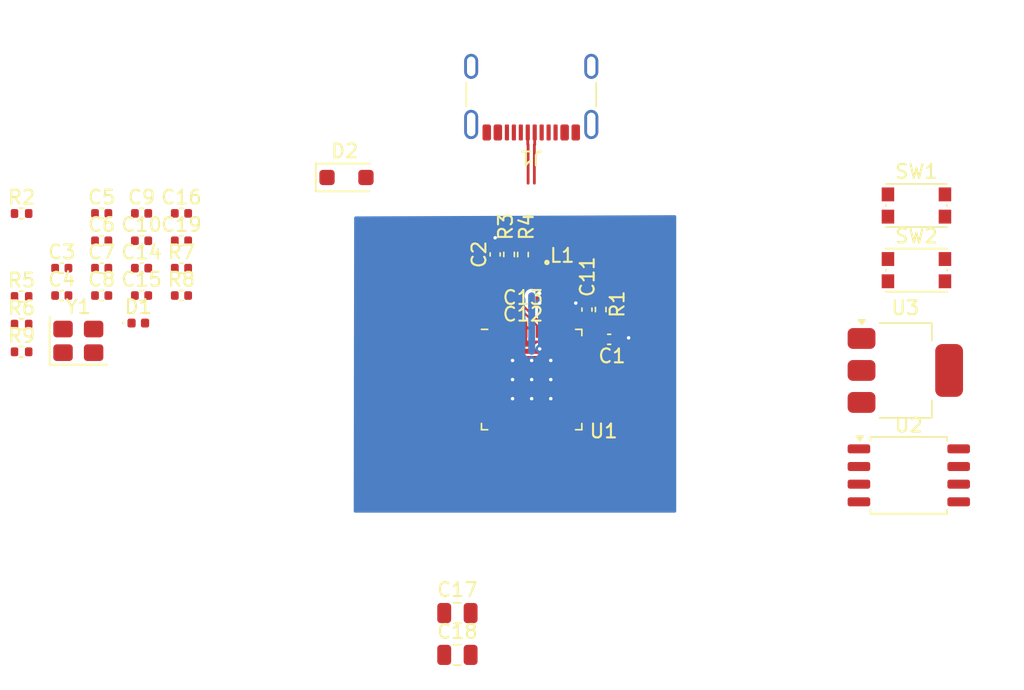
<source format=kicad_pcb>
(kicad_pcb (version 20241229) (generator "pcbnew") (generator_version "9.0")
  (layers (0 "F.Cu" signal) (2 "B.Cu" signal) (13 "F.Paste" user) (15 "B.Paste" user) (5 "F.SilkS" user "F.Silkscreen") (7 "B.SilkS" user "B.Silkscreen") (1 "F.Mask" user) (3 "B.Mask" user) (25 "Edge.Cuts" user))
  (net 0 "")
  (net 1 "GND")
  (net 2 "+1V1")
  (net 3 "Net-(U1-VREG_AVDD)")
  (net 4 "+3V3")
  (net 5 "XIN")
  (net 6 "Net-(C16-Pad2)")
  (net 7 "VBUS")
  (net 8 "Net-(C19-Pad1)")
  (net 9 "Net-(D1-A)")
  (net 10 "Net-(J1-CC1)")
  (net 11 "USB_D-")
  (net 14 "Net-(J1-CC2)")
  (net 17 "USB_D+")
  (net 20 "Net-(U1-VREG_LX)")
  (net 21 "XOUT")
  (net 22 "Net-(U1-USB_DP)")
  (net 23 "Net-(U1-USB_DM)")
  (net 24 "QSPI_SS")
  (net 25 "Net-(R5-Pad1)")
  (net 26 "RUN")
  (net 27 "LED")
  (net 34 "QSPI_SCLK")
  (net 46 "QSPI_SD2")
  (net 52 "QSPI_SD0")
  (net 56 "QSPI_SD1")
  (net 61 "QSPI_SD3")
  (net 64 "QSPI_CLK")
  (net 66 "+5V")
  (footprint "Resistor_SMD:R_0402_1005Metric" (layer "F.Cu") (at 103.51 87.88)
    (property "Reference" "R2" (at 0 -1.17 0) (layer "F.SilkS"))
    (property "Value" "1k")
    (fp_line (start -0.153641 -0.38) (end 0.153641 -0.38) (stroke (width 0.12)) (layer "F.SilkS"))
    (fp_line (start -0.153641 0.38) (end 0.153641 0.38) (stroke (width 0.12)) (layer "F.SilkS"))
    (pad "1" smd roundrect (at -0.51 0) (size 0.54 0.64) (layers "F.Cu" "F.Mask" "F.Paste") (net 6 "Net-(C16-Pad2)"))
    (pad "2" smd roundrect (at 0.51 0) (size 0.54 0.64) (layers "F.Cu" "F.Mask" "F.Paste") (net 21 "XOUT"))
  )
  (footprint "Capacitor_SMD:C_0402_1005Metric" (layer "F.Cu") (at 137.575 90.825 90)
    (property "Reference" "C2" (at 0 -1.16 90) (layer "F.SilkS"))
    (property "Value" "100n")
    (fp_line (start -0.107836 -0.36) (end 0.107836 -0.36) (stroke (width 0.12)) (layer "F.SilkS"))
    (fp_line (start -0.107836 0.36) (end 0.107836 0.36) (stroke (width 0.12)) (layer "F.SilkS"))
    (pad "1" smd roundrect (at -0.48 0 90) (size 0.56 0.62) (layers "F.Cu" "F.Mask" "F.Paste") (net 4 "+3V3"))
    (pad "2" smd roundrect (at 0.48 0 90) (size 0.56 0.62) (layers "F.Cu" "F.Mask" "F.Paste") (net 1 "GND"))
  )
  (footprint "Capacitor_SMD:C_0402_1005Metric" (layer "F.Cu") (at 115.01 87.87)
    (property "Reference" "C16" (at 0 -1.16 0) (layer "F.SilkS"))
    (property "Value" "15p")
    (fp_line (start -0.107836 -0.36) (end 0.107836 -0.36) (stroke (width 0.12)) (layer "F.SilkS"))
    (fp_line (start -0.107836 0.36) (end 0.107836 0.36) (stroke (width 0.12)) (layer "F.SilkS"))
    (pad "1" smd roundrect (at -0.48 0) (size 0.56 0.62) (layers "F.Cu" "F.Mask" "F.Paste") (net 1 "GND"))
    (pad "2" smd roundrect (at 0.48 0) (size 0.56 0.62) (layers "F.Cu" "F.Mask" "F.Paste") (net 6 "Net-(C16-Pad2)"))
  )
  (footprint "Capacitor_SMD:C_0402_1005Metric" (layer "F.Cu") (at 115.01 93.78)
    (property "Reference" "R8" (at 0 -1.16 0) (layer "F.SilkS"))
    (property "Value" "5.1k")
    (fp_line (start -0.107836 -0.36) (end 0.107836 -0.36) (stroke (width 0.12)) (layer "F.SilkS"))
    (fp_line (start -0.107836 0.36) (end 0.107836 0.36) (stroke (width 0.12)) (layer "F.SilkS"))
    (pad "1" smd roundrect (at -0.48 0) (size 0.56 0.62) (layers "F.Cu" "F.Mask" "F.Paste") (net 10 "Net-(J1-CC1)"))
    (pad "2" smd roundrect (at 0.48 0) (size 0.56 0.62) (layers "F.Cu" "F.Mask" "F.Paste") (net 1 "GND"))
  )
  (footprint "Capacitor_SMD:C_0402_1005Metric" (layer "F.Cu") (at 112.14 89.84)
    (property "Reference" "C10" (at 0 -1.16 0) (layer "F.SilkS"))
    (property "Value" "100n")
    (fp_line (start -0.107836 -0.36) (end 0.107836 -0.36) (stroke (width 0.12)) (layer "F.SilkS"))
    (fp_line (start -0.107836 0.36) (end 0.107836 0.36) (stroke (width 0.12)) (layer "F.SilkS"))
    (pad "1" smd roundrect (at -0.48 0) (size 0.56 0.62) (layers "F.Cu" "F.Mask" "F.Paste") (net 2 "+1V1"))
    (pad "2" smd roundrect (at 0.48 0) (size 0.56 0.62) (layers "F.Cu" "F.Mask" "F.Paste") (net 1 "GND"))
  )
  (footprint "RP2350_60QFN_minimal:L_pol_2016" (layer "F.Cu") (at 142.1975 92.7)
    (property "Reference" "L1" (at 0.2 -1.8 0) (layer "F.SilkS"))
    (property "Value" "3.3u")
    (fp_circle (center -0.9 -1.3) (end -0.758579 -1.3) (stroke (width 0.1)) (fill yes) (layer "F.SilkS"))
    (pad "1" smd rect (at -0.7 0) (size 0.7 1.7) (layers "F.Cu" "F.Mask" "F.Paste") (net 2 "+1V1"))
    (pad "2" smd rect (at 0.7 0) (size 0.7 1.7) (layers "F.Cu" "F.Mask" "F.Paste") (net 20 "Net-(U1-VREG_LX)"))
  )
  (footprint "Capacitor_SMD:C_0402_1005Metric" (layer "F.Cu") (at 109.27 93.78)
    (property "Reference" "C8" (at 0 -1.16 0) (layer "F.SilkS"))
    (property "Value" "100n")
    (fp_line (start -0.107836 -0.36) (end 0.107836 -0.36) (stroke (width 0.12)) (layer "F.SilkS"))
    (fp_line (start -0.107836 0.36) (end 0.107836 0.36) (stroke (width 0.12)) (layer "F.SilkS"))
    (pad "1" smd roundrect (at -0.48 0) (size 0.56 0.62) (layers "F.Cu" "F.Mask" "F.Paste") (net 2 "+1V1"))
    (pad "2" smd roundrect (at 0.48 0) (size 0.56 0.62) (layers "F.Cu" "F.Mask" "F.Paste") (net 1 "GND"))
  )
  (footprint "Capacitor_SMD:C_0402_1005Metric" (layer "F.Cu") (at 115.01 91.81)
    (property "Reference" "R7" (at 0 -1.16 0) (layer "F.SilkS"))
    (property "Value" "5.1k")
    (fp_line (start -0.107836 -0.36) (end 0.107836 -0.36) (stroke (width 0.12)) (layer "F.SilkS"))
    (fp_line (start -0.107836 0.36) (end 0.107836 0.36) (stroke (width 0.12)) (layer "F.SilkS"))
    (pad "1" smd roundrect (at -0.48 0) (size 0.56 0.62) (layers "F.Cu" "F.Mask" "F.Paste") (net 14 "Net-(J1-CC2)"))
    (pad "2" smd roundrect (at 0.48 0) (size 0.56 0.62) (layers "F.Cu" "F.Mask" "F.Paste") (net 1 "GND"))
  )
  (footprint "Capacitor_SMD:C_0402_1005Metric" (layer "F.Cu") (at 144.1775 94.79 90)
    (property "Reference" "C11" (at 2.36 0.03 90) (layer "F.SilkS"))
    (property "Value" "4.7u")
    (fp_line (start -0.107836 -0.36) (end 0.107836 -0.36) (stroke (width 0.12)) (layer "F.SilkS"))
    (fp_line (start -0.107836 0.36) (end 0.107836 0.36) (stroke (width 0.12)) (layer "F.SilkS"))
    (pad "1" smd roundrect (at -0.48 0 90) (size 0.56 0.62) (layers "F.Cu" "F.Mask" "F.Paste") (net 3 "Net-(U1-VREG_AVDD)"))
    (pad "2" smd roundrect (at 0.48 0 90) (size 0.56 0.62) (layers "F.Cu" "F.Mask" "F.Paste") (net 1 "GND"))
  )
  (footprint "Connector_USB:USB_C_Receptacle_GCT_USB4105-xx-A_16P_TopMnt_Horizontal" (layer "F.Cu") (at 140.17 78.37 180)
    (property "Reference" "J1" (at 0 -5.5 180) (layer "F.SilkS"))
    (property "Value" "USB_C_Receptacle_USB2.0_16P")
    (fp_line (start 4.67 -0.1) (end 4.67 -1.8) (stroke (width 0.12)) (layer "F.SilkS"))
    (fp_line (start -4.67 -0.1) (end -4.67 -1.8) (stroke (width 0.12)) (layer "F.SilkS"))
    (pad "" np_thru_hole circle (at -2.89 -2.605 180) (size 0.65 0.65) (drill 0.65) (layers "*.Cu" "*.Mask"))
    (pad "" np_thru_hole circle (at 2.89 -2.605 180) (size 0.65 0.65) (drill 0.65) (layers "*.Cu" "*.Mask"))
    (pad "A1" smd roundrect (at -3.2 -3.68 180) (size 0.6 1.15) (layers "F.Cu" "F.Mask" "F.Paste") (net 4 "+3V3"))
    (pad "A4" smd roundrect (at -2.4 -3.68 180) (size 0.6 1.15) (layers "F.Cu" "F.Mask" "F.Paste") (net 7 "VBUS"))
    (pad "A5" smd roundrect (at -1.25 -3.68 180) (size 0.3 1.15) (layers "F.Cu" "F.Mask" "F.Paste") (net 10 "Net-(J1-CC1)"))
    (pad "A6" smd roundrect (at -0.25 -3.68 180) (size 0.3 1.15) (layers "F.Cu" "F.Mask" "F.Paste") (net 17 "USB_D+"))
    (pad "A7" smd roundrect (at 0.25 -3.68 180) (size 0.3 1.15) (layers "F.Cu" "F.Mask" "F.Paste") (net 11 "USB_D-"))
    (pad "A8" smd roundrect (at 1.25 -3.68 180) (size 0.3 1.15) (layers "F.Cu" "F.Mask" "F.Paste"))
    (pad "A9" smd roundrect (at 2.4 -3.68 180) (size 0.6 1.15) (layers "F.Cu" "F.Mask" "F.Paste") (net 7 "VBUS"))
    (pad "A12" smd roundrect (at 3.2 -3.68 180) (size 0.6 1.15) (layers "F.Cu" "F.Mask" "F.Paste") (net 4 "+3V3"))
    (pad "B1" smd roundrect (at 3.2 -3.68 180) (size 0.6 1.15) (layers "F.Cu" "F.Mask" "F.Paste") (net 4 "+3V3"))
    (pad "B4" smd roundrect (at 2.4 -3.68 180) (size 0.6 1.15) (layers "F.Cu" "F.Mask" "F.Paste") (net 7 "VBUS"))
    (pad "B5" smd roundrect (at 1.75 -3.68 180) (size 0.3 1.15) (layers "F.Cu" "F.Mask" "F.Paste") (net 14 "Net-(J1-CC2)"))
    (pad "B6" smd roundrect (at 0.75 -3.68 180) (size 0.3 1.15) (layers "F.Cu" "F.Mask" "F.Paste") (net 17 "USB_D+"))
    (pad "B7" smd roundrect (at -0.75 -3.68 180) (size 0.3 1.15) (layers "F.Cu" "F.Mask" "F.Paste") (net 11 "USB_D-"))
    (pad "B8" smd roundrect (at -1.75 -3.68 180) (size 0.3 1.15) (layers "F.Cu" "F.Mask" "F.Paste"))
    (pad "B9" smd roundrect (at -2.4 -3.68 180) (size 0.6 1.15) (layers "F.Cu" "F.Mask" "F.Paste") (net 7 "VBUS"))
    (pad "B12" smd roundrect (at -3.2 -3.68 180) (size 0.6 1.15) (layers "F.Cu" "F.Mask" "F.Paste") (net 4 "+3V3"))
    (pad "S1" thru_hole oval (at -4.32 -3.105 180) (size 1 2.1) (drill oval 0.6 1.7) (property pad_prop_heatsink) (layers "*.Cu" "*.Mask" "F.Paste"))
    (pad "S1" thru_hole oval (at -4.32 1.075 180) (size 1 1.8) (drill oval 0.6 1.4) (property pad_prop_heatsink) (layers "*.Cu" "*.Mask" "F.Paste"))
    (pad "S1" thru_hole oval (at 4.32 -3.105 180) (size 1 2.1) (drill oval 0.6 1.7) (property pad_prop_heatsink) (layers "*.Cu" "*.Mask" "F.Paste"))
    (pad "S1" thru_hole oval (at 4.32 1.075 180) (size 1 1.8) (drill oval 0.6 1.4) (property pad_prop_heatsink) (layers "*.Cu" "*.Mask" "F.Paste"))
  )
  (footprint "Diode_SMD:D_SOD-123F" (layer "F.Cu") (at 126.88 85.29)
    (property "Reference" "D2" (at -0.127 -1.905 0) (layer "F.SilkS"))
    (property "Value" "PMEG2020EH")
    (fp_line (start -2.21 -1) (end -2.21 1) (stroke (width 0.12)) (layer "F.SilkS"))
    (fp_line (start -2.21 -1) (end 1.65 -1) (stroke (width 0.12)) (layer "F.SilkS"))
    (fp_line (start -2.21 1) (end 1.65 1) (stroke (width 0.12)) (layer "F.SilkS"))
    (pad "1" smd roundrect (at -1.4 0) (size 1.1 1.1) (layers "F.Cu" "F.Mask" "F.Paste") (roundrect_rratio 0.2272727273) (net 66 "+5V"))
    (pad "2" smd roundrect (at 1.4 0) (size 1.1 1.1) (layers "F.Cu" "F.Mask" "F.Paste") (roundrect_rratio 0.2272727273) (net 7 "VBUS"))
  )
  (footprint "Capacitor_SMD:C_0805_2012Metric" (layer "F.Cu") (at 134.86 119.63)
    (property "Reference" "C18" (at 0 -1.68 0) (layer "F.SilkS"))
    (property "Value" "10u")
    (fp_line (start -0.261252 -0.735) (end 0.261252 -0.735) (stroke (width 0.12)) (layer "F.SilkS"))
    (fp_line (start -0.261252 0.735) (end 0.261252 0.735) (stroke (width 0.12)) (layer "F.SilkS"))
    (pad "1" smd roundrect (at -0.95 0) (size 1 1.45) (layers "F.Cu" "F.Mask" "F.Paste") (net 4 "+3V3"))
    (pad "2" smd roundrect (at 0.95 0) (size 1 1.45) (layers "F.Cu" "F.Mask" "F.Paste") (net 1 "GND"))
  )
  (footprint "RP2350_60QFN_minimal:C_0402_1005Metric_small_pads" (layer "F.Cu") (at 142.2025 94.3)
    (property "Reference" "C13" (at -2.625 -0.37 0) (layer "F.SilkS"))
    (property "Value" "4.7u")
    (pad "1" smd rect (at -0.515 0) (size 0.47 0.53) (layers "F.Cu" "F.Mask" "F.Paste") (net 2 "+1V1"))
    (pad "2" smd rect (at 0.515 0) (size 0.47 0.53) (layers "F.Cu" "F.Mask" "F.Paste") (net 1 "GND"))
  )
  (footprint "Capacitor_SMD:C_0402_1005Metric" (layer "F.Cu") (at 112.14 87.87)
    (property "Reference" "C9" (at 0 -1.16 0) (layer "F.SilkS"))
    (property "Value" "4.7u")
    (fp_line (start -0.107836 -0.36) (end 0.107836 -0.36) (stroke (width 0.12)) (layer "F.SilkS"))
    (fp_line (start -0.107836 0.36) (end 0.107836 0.36) (stroke (width 0.12)) (layer "F.SilkS"))
    (pad "1" smd roundrect (at -0.48 0) (size 0.56 0.62) (layers "F.Cu" "F.Mask" "F.Paste") (net 2 "+1V1"))
    (pad "2" smd roundrect (at 0.48 0) (size 0.56 0.62) (layers "F.Cu" "F.Mask" "F.Paste") (net 1 "GND"))
  )
  (footprint "RP2350_60QFN_minimal:C_0402_1005Metric_small_pads" (layer "F.Cu") (at 142.2025 95.24)
    (property "Reference" "C12" (at -2.625 -0.11 0) (layer "F.SilkS"))
    (property "Value" "4.7u")
    (pad "1" smd rect (at -0.515 0) (size 0.47 0.53) (layers "F.Cu" "F.Mask" "F.Paste") (net 4 "+3V3"))
    (pad "2" smd rect (at 0.515 0) (size 0.47 0.53) (layers "F.Cu" "F.Mask" "F.Paste") (net 1 "GND"))
  )
  (footprint "Capacitor_SMD:C_0402_1005Metric" (layer "F.Cu") (at 106.4 91.81)
    (property "Reference" "C3" (at 0 -1.16 0) (layer "F.SilkS"))
    (property "Value" "100n")
    (fp_line (start -0.107836 -0.36) (end 0.107836 -0.36) (stroke (width 0.12)) (layer "F.SilkS"))
    (fp_line (start -0.107836 0.36) (end 0.107836 0.36) (stroke (width 0.12)) (layer "F.SilkS"))
    (pad "1" smd roundrect (at -0.48 0) (size 0.56 0.62) (layers "F.Cu" "F.Mask" "F.Paste") (net 4 "+3V3"))
    (pad "2" smd roundrect (at 0.48 0) (size 0.56 0.62) (layers "F.Cu" "F.Mask" "F.Paste") (net 1 "GND"))
  )
  (footprint "Capacitor_SMD:C_0402_1005Metric" (layer "F.Cu") (at 112.14 91.81)
    (property "Reference" "C14" (at 0 -1.16 0) (layer "F.SilkS"))
    (property "Value" "100n")
    (fp_line (start -0.107836 -0.36) (end 0.107836 -0.36) (stroke (width 0.12)) (layer "F.SilkS"))
    (fp_line (start -0.107836 0.36) (end 0.107836 0.36) (stroke (width 0.12)) (layer "F.SilkS"))
    (pad "1" smd roundrect (at -0.48 0) (size 0.56 0.62) (layers "F.Cu" "F.Mask" "F.Paste") (net 4 "+3V3"))
    (pad "2" smd roundrect (at 0.48 0) (size 0.56 0.62) (layers "F.Cu" "F.Mask" "F.Paste") (net 1 "GND"))
  )
  (footprint "Capacitor_SMD:C_0402_1005Metric" (layer "F.Cu") (at 109.27 89.84)
    (property "Reference" "C6" (at 0 -1.16 0) (layer "F.SilkS"))
    (property "Value" "100n")
    (fp_line (start -0.107836 -0.36) (end 0.107836 -0.36) (stroke (width 0.12)) (layer "F.SilkS"))
    (fp_line (start -0.107836 0.36) (end 0.107836 0.36) (stroke (width 0.12)) (layer "F.SilkS"))
    (pad "1" smd roundrect (at -0.48 0) (size 0.56 0.62) (layers "F.Cu" "F.Mask" "F.Paste") (net 4 "+3V3"))
    (pad "2" smd roundrect (at 0.48 0) (size 0.56 0.62) (layers "F.Cu" "F.Mask" "F.Paste") (net 1 "GND"))
  )
  (footprint "Capacitor_SMD:C_0402_1005Metric" (layer "F.Cu") (at 109.27 91.81)
    (property "Reference" "C7" (at 0 -1.16 0) (layer "F.SilkS"))
    (property "Value" "100n")
    (fp_line (start -0.107836 -0.36) (end 0.107836 -0.36) (stroke (width 0.12)) (layer "F.SilkS"))
    (fp_line (start -0.107836 0.36) (end 0.107836 0.36) (stroke (width 0.12)) (layer "F.SilkS"))
    (pad "1" smd roundrect (at -0.48 0) (size 0.56 0.62) (layers "F.Cu" "F.Mask" "F.Paste") (net 4 "+3V3"))
    (pad "2" smd roundrect (at 0.48 0) (size 0.56 0.62) (layers "F.Cu" "F.Mask" "F.Paste") (net 1 "GND"))
  )
  (footprint "Capacitor_SMD:C_0805_2012Metric" (layer "F.Cu") (at 134.86 116.62)
    (property "Reference" "C17" (at 0 -1.68 0) (layer "F.SilkS"))
    (property "Value" "10u")
    (fp_line (start -0.261252 -0.735) (end 0.261252 -0.735) (stroke (width 0.12)) (layer "F.SilkS"))
    (fp_line (start -0.261252 0.735) (end 0.261252 0.735) (stroke (width 0.12)) (layer "F.SilkS"))
    (pad "1" smd roundrect (at -0.95 0) (size 1 1.45) (layers "F.Cu" "F.Mask" "F.Paste") (net 66 "+5V"))
    (pad "2" smd roundrect (at 0.95 0) (size 1 1.45) (layers "F.Cu" "F.Mask" "F.Paste") (net 1 "GND"))
  )
  (footprint "Resistor_SMD:R_0402_1005Metric" (layer "F.Cu") (at 103.51 97.83)
    (property "Reference" "R9" (at 0 -1.17 0) (layer "F.SilkS"))
    (property "Value" "470")
    (fp_line (start -0.153641 -0.38) (end 0.153641 -0.38) (stroke (width 0.12)) (layer "F.SilkS"))
    (fp_line (start -0.153641 0.38) (end 0.153641 0.38) (stroke (width 0.12)) (layer "F.SilkS"))
    (pad "1" smd roundrect (at -0.51 0) (size 0.54 0.64) (layers "F.Cu" "F.Mask" "F.Paste") (net 27 "LED"))
    (pad "2" smd roundrect (at 0.51 0) (size 0.54 0.64) (layers "F.Cu" "F.Mask" "F.Paste") (net 9 "Net-(D1-A)"))
  )
  (footprint "Package_SO:SOIC-8_5.3x5.3mm_P1.27mm" (layer "F.Cu") (at 167.33 106.715)
    (property "Reference" "U2" (at 0 -3.6 0) (layer "F.SilkS"))
    (property "Value" "W25Q128JVS")
    (fp_line (start -2.76 -2.76) (end -2.76 -2.49) (stroke (width 0.12)) (layer "F.SilkS"))
    (fp_line (start -2.76 2.76) (end -2.76 2.49) (stroke (width 0.12)) (layer "F.SilkS"))
    (fp_line (start 0 -2.76) (end -2.76 -2.76) (stroke (width 0.12)) (layer "F.SilkS"))
    (fp_line (start 0 -2.76) (end 2.76 -2.76) (stroke (width 0.12)) (layer "F.SilkS"))
    (fp_line (start 0 2.76) (end -2.76 2.76) (stroke (width 0.12)) (layer "F.SilkS"))
    (fp_line (start 0 2.76) (end 2.76 2.76) (stroke (width 0.12)) (layer "F.SilkS"))
    (fp_line (start 2.76 -2.76) (end 2.76 -2.49) (stroke (width 0.12)) (layer "F.SilkS"))
    (fp_line (start 2.76 2.76) (end 2.76 2.49) (stroke (width 0.12)) (layer "F.SilkS"))
    (fp_poly (pts (xy -3.525 -2.49) (xy -3.765 -2.82) (xy -3.285 -2.82)) (stroke (width 0.12)) (fill yes) (layer "F.SilkS"))
    (pad "1" smd roundrect (at -3.5875 -1.905) (size 1.625 0.65) (layers "F.Cu" "F.Mask" "F.Paste") (net 24 "QSPI_SS"))
    (pad "2" smd roundrect (at -3.5875 -0.635) (size 1.625 0.65) (layers "F.Cu" "F.Mask" "F.Paste") (net 56 "QSPI_SD1"))
    (pad "3" smd roundrect (at -3.5875 0.635) (size 1.625 0.65) (layers "F.Cu" "F.Mask" "F.Paste") (net 46 "QSPI_SD2"))
    (pad "4" smd roundrect (at -3.5875 1.905) (size 1.625 0.65) (layers "F.Cu" "F.Mask" "F.Paste") (net 1 "GND"))
    (pad "5" smd roundrect (at 3.5875 1.905) (size 1.625 0.65) (layers "F.Cu" "F.Mask" "F.Paste") (net 52 "QSPI_SD0"))
    (pad "6" smd roundrect (at 3.5875 0.635) (size 1.625 0.65) (layers "F.Cu" "F.Mask" "F.Paste") (net 64 "QSPI_CLK"))
    (pad "7" smd roundrect (at 3.5875 -0.635) (size 1.625 0.65) (layers "F.Cu" "F.Mask" "F.Paste") (net 61 "QSPI_SD3"))
    (pad "8" smd roundrect (at 3.5875 -1.905) (size 1.625 0.65) (layers "F.Cu" "F.Mask" "F.Paste") (net 4 "+3V3"))
  )
  (footprint "Resistor_SMD:R_0402_1005Metric" (layer "F.Cu") (at 145.1675 94.79 90)
    (property "Reference" "R1" (at 0.39 1.19 90) (layer "F.SilkS"))
    (property "Value" "33")
    (fp_line (start -0.153641 -0.38) (end 0.153641 -0.38) (stroke (width 0.12)) (layer "F.SilkS"))
    (fp_line (start -0.153641 0.38) (end 0.153641 0.38) (stroke (width 0.12)) (layer "F.SilkS"))
    (pad "1" smd roundrect (at -0.51 0 90) (size 0.54 0.64) (layers "F.Cu" "F.Mask" "F.Paste") (net 3 "Net-(U1-VREG_AVDD)"))
    (pad "2" smd roundrect (at 0.51 0 90) (size 0.54 0.64) (layers "F.Cu" "F.Mask" "F.Paste") (net 4 "+3V3"))
  )
  (footprint "Resistor_SMD:R_0402_1005Metric" (layer "F.Cu") (at 138.575 90.825 90)
    (property "Reference" "R3" (at 2 -0.25 90) (layer "F.SilkS"))
    (property "Value" "27")
    (fp_line (start -0.153641 -0.38) (end 0.153641 -0.38) (stroke (width 0.12)) (layer "F.SilkS"))
    (fp_line (start -0.153641 0.38) (end 0.153641 0.38) (stroke (width 0.12)) (layer "F.SilkS"))
    (pad "1" smd roundrect (at -0.51 0 90) (size 0.54 0.64) (layers "F.Cu" "F.Mask" "F.Paste") (net 22 "Net-(U1-USB_DP)"))
    (pad "2" smd roundrect (at 0.51 0 90) (size 0.54 0.64) (layers "F.Cu" "F.Mask" "F.Paste") (net 17 "USB_D+"))
  )
  (footprint "Button_Switch_SMD:SW_Push_1P1T_NO_CK_KMR2" (layer "F.Cu") (at 167.88 91.955)
    (property "Reference" "SW2" (at 0 -2.45 0) (layer "F.SilkS"))
    (property "Value" "SW_Push")
    (fp_line (start -2.2 0.05) (end -2.2 -0.05) (stroke (width 0.12)) (layer "F.SilkS"))
    (fp_line (start -2.2 1.55) (end 2.2 1.55) (stroke (width 0.12)) (layer "F.SilkS"))
    (fp_line (start 2.2 -1.55) (end -2.2 -1.55) (stroke (width 0.12)) (layer "F.SilkS"))
    (fp_line (start 2.2 0.05) (end 2.2 -0.05) (stroke (width 0.12)) (layer "F.SilkS"))
    (pad "1" smd rect (at -2.05 -0.8) (size 0.9 1) (layers "F.Cu" "F.Mask" "F.Paste") (net 1 "GND"))
    (pad "1" smd rect (at 2.05 -0.8) (size 0.9 1) (layers "F.Cu" "F.Mask" "F.Paste") (net 1 "GND"))
    (pad "2" smd rect (at -2.05 0.8) (size 0.9 1) (layers "F.Cu" "F.Mask" "F.Paste") (net 8 "Net-(C19-Pad1)"))
    (pad "2" smd rect (at 2.05 0.8) (size 0.9 1) (layers "F.Cu" "F.Mask" "F.Paste") (net 8 "Net-(C19-Pad1)"))
  )
  (footprint "Capacitor_SMD:C_0402_1005Metric" (layer "F.Cu") (at 115.01 89.84)
    (property "Reference" "C19" (at 0 -1.16 0) (layer "F.SilkS"))
    (property "Value" "100n")
    (fp_line (start -0.107836 -0.36) (end 0.107836 -0.36) (stroke (width 0.12)) (layer "F.SilkS"))
    (fp_line (start -0.107836 0.36) (end 0.107836 0.36) (stroke (width 0.12)) (layer "F.SilkS"))
    (pad "1" smd roundrect (at -0.48 0) (size 0.56 0.62) (layers "F.Cu" "F.Mask" "F.Paste") (net 8 "Net-(C19-Pad1)"))
    (pad "2" smd roundrect (at 0.48 0) (size 0.56 0.62) (layers "F.Cu" "F.Mask" "F.Paste") (net 1 "GND"))
  )
  (footprint "Resistor_SMD:R_0402_1005Metric" (layer "F.Cu") (at 103.51 93.85)
    (property "Reference" "R5" (at 0 -1.17 0) (layer "F.SilkS"))
    (property "Value" "1K")
    (fp_line (start -0.153641 -0.38) (end 0.153641 -0.38) (stroke (width 0.12)) (layer "F.SilkS"))
    (fp_line (start -0.153641 0.38) (end 0.153641 0.38) (stroke (width 0.12)) (layer "F.SilkS"))
    (pad "1" smd roundrect (at -0.51 0) (size 0.54 0.64) (layers "F.Cu" "F.Mask" "F.Paste") (net 25 "Net-(R5-Pad1)"))
    (pad "2" smd roundrect (at 0.51 0) (size 0.54 0.64) (layers "F.Cu" "F.Mask" "F.Paste") (net 24 "QSPI_SS"))
  )
  (footprint "Resistor_SMD:R_0402_1005Metric" (layer "F.Cu") (at 103.51 95.84)
    (property "Reference" "R6" (at 0 -1.17 0) (layer "F.SilkS"))
    (property "Value" "1K")
    (fp_line (start -0.153641 -0.38) (end 0.153641 -0.38) (stroke (width 0.12)) (layer "F.SilkS"))
    (fp_line (start -0.153641 0.38) (end 0.153641 0.38) (stroke (width 0.12)) (layer "F.SilkS"))
    (pad "1" smd roundrect (at -0.51 0) (size 0.54 0.64) (layers "F.Cu" "F.Mask" "F.Paste") (net 8 "Net-(C19-Pad1)"))
    (pad "2" smd roundrect (at 0.51 0) (size 0.54 0.64) (layers "F.Cu" "F.Mask" "F.Paste") (net 26 "RUN"))
  )
  (footprint "Capacitor_SMD:C_0402_1005Metric" (layer "F.Cu") (at 112.14 93.78)
    (property "Reference" "C15" (at 0 -1.16 0) (layer "F.SilkS"))
    (property "Value" "15p")
    (fp_line (start -0.107836 -0.36) (end 0.107836 -0.36) (stroke (width 0.12)) (layer "F.SilkS"))
    (fp_line (start -0.107836 0.36) (end 0.107836 0.36) (stroke (width 0.12)) (layer "F.SilkS"))
    (pad "1" smd roundrect (at -0.48 0) (size 0.56 0.62) (layers "F.Cu" "F.Mask" "F.Paste") (net 1 "GND"))
    (pad "2" smd roundrect (at 0.48 0) (size 0.56 0.62) (layers "F.Cu" "F.Mask" "F.Paste") (net 5 "XIN"))
  )
  (footprint "Capacitor_SMD:C_0402_1005Metric" (layer "F.Cu") (at 109.27 87.87)
    (property "Reference" "C5" (at 0 -1.16 0) (layer "F.SilkS"))
    (property "Value" "100n")
    (fp_line (start -0.107836 -0.36) (end 0.107836 -0.36) (stroke (width 0.12)) (layer "F.SilkS"))
    (fp_line (start -0.107836 0.36) (end 0.107836 0.36) (stroke (width 0.12)) (layer "F.SilkS"))
    (pad "1" smd roundrect (at -0.48 0) (size 0.56 0.62) (layers "F.Cu" "F.Mask" "F.Paste") (net 4 "+3V3"))
    (pad "2" smd roundrect (at 0.48 0) (size 0.56 0.62) (layers "F.Cu" "F.Mask" "F.Paste") (net 1 "GND"))
  )
  (footprint "Crystal:Crystal_SMD_3225-4Pin_3.2x2.5mm" (layer "F.Cu") (at 107.59 97.04)
    (property "Reference" "Y1" (at 0 -2.45 0) (layer "F.SilkS"))
    (property "Value" "ABM8-272-T3")
    (fp_line (start -2.06 -1.71) (end -2.06 1.71) (stroke (width 0.12)) (layer "F.SilkS"))
    (fp_line (start -2.06 1.71) (end 2.06 1.71) (stroke (width 0.12)) (layer "F.SilkS"))
    (pad "1" smd roundrect (at -1.1 0.85) (size 1.4 1.2) (layers "F.Cu" "F.Mask" "F.Paste") (roundrect_rratio 0.208333) (net 5 "XIN"))
    (pad "2" smd roundrect (at 1.1 0.85) (size 1.4 1.2) (layers "F.Cu" "F.Mask" "F.Paste") (roundrect_rratio 0.208333) (net 1 "GND"))
    (pad "3" smd roundrect (at 1.1 -0.85) (size 1.4 1.2) (layers "F.Cu" "F.Mask" "F.Paste") (roundrect_rratio 0.208333))
    (pad "4" smd roundrect (at -1.1 -0.85) (size 1.4 1.2) (layers "F.Cu" "F.Mask" "F.Paste") (roundrect_rratio 0.208333) (net 1 "GND"))
  )
  (footprint "Capacitor_SMD:C_0402_1005Metric" (layer "F.Cu") (at 106.4 93.78)
    (property "Reference" "C4" (at 0 -1.16 0) (layer "F.SilkS"))
    (property "Value" "100n")
    (fp_line (start -0.107836 -0.36) (end 0.107836 -0.36) (stroke (width 0.12)) (layer "F.SilkS"))
    (fp_line (start -0.107836 0.36) (end 0.107836 0.36) (stroke (width 0.12)) (layer "F.SilkS"))
    (pad "1" smd roundrect (at -0.48 0) (size 0.56 0.62) (layers "F.Cu" "F.Mask" "F.Paste") (net 4 "+3V3"))
    (pad "2" smd roundrect (at 0.48 0) (size 0.56 0.62) (layers "F.Cu" "F.Mask" "F.Paste") (net 1 "GND"))
  )
  (footprint "Resistor_SMD:R_0402_1005Metric" (layer "F.Cu") (at 139.575 90.835 90)
    (property "Reference" "R4" (at 2.01 0.25 90) (layer "F.SilkS"))
    (property "Value" "27")
    (fp_line (start -0.153641 -0.38) (end 0.153641 -0.38) (stroke (width 0.12)) (layer "F.SilkS"))
    (fp_line (start -0.153641 0.38) (end 0.153641 0.38) (stroke (width 0.12)) (layer "F.SilkS"))
    (pad "1" smd roundrect (at -0.51 0 90) (size 0.54 0.64) (layers "F.Cu" "F.Mask" "F.Paste") (net 23 "Net-(U1-USB_DM)"))
    (pad "2" smd roundrect (at 0.51 0 90) (size 0.54 0.64) (layers "F.Cu" "F.Mask" "F.Paste") (net 11 "USB_D-"))
  )
  (footprint "Package_TO_SOT_SMD:SOT-223-3_TabPin2" (layer "F.Cu") (at 167.08 99.17)
    (property "Reference" "U3" (at 0 -4.5 0) (layer "F.SilkS"))
    (property "Value" "NCP1117-3.3_SOT223")
    (fp_line (start -1.85 -3.41) (end 1.91 -3.41) (stroke (width 0.12)) (layer "F.SilkS"))
    (fp_line (start -1.85 3.41) (end 1.91 3.41) (stroke (width 0.12)) (layer "F.SilkS"))
    (fp_line (start 1.91 -3.41) (end 1.91 -2.15) (stroke (width 0.12)) (layer "F.SilkS"))
    (fp_line (start 1.91 3.41) (end 1.91 2.15) (stroke (width 0.12)) (layer "F.SilkS"))
    (fp_poly (pts (xy -3.13 -3.31) (xy -3.37 -3.64) (xy -2.89 -3.64) (xy -3.13 -3.31)) (stroke (width 0.12)) (fill yes) (layer "F.SilkS"))
    (pad "1" smd roundrect (at -3.15 -2.3) (size 2 1.5) (layers "F.Cu" "F.Mask" "F.Paste") (net 1 "GND"))
    (pad "2" smd roundrect (at -3.15 0) (size 2 1.5) (layers "F.Cu" "F.Mask" "F.Paste") (net 4 "+3V3"))
    (pad "2" smd roundrect (at 3.15 0) (size 2 3.8) (layers "F.Cu" "F.Mask" "F.Paste") (net 4 "+3V3"))
    (pad "3" smd roundrect (at -3.15 2.3) (size 2 1.5) (layers "F.Cu" "F.Mask" "F.Paste") (net 66 "+5V"))
  )
  (footprint "RP2350_60QFN_minimal:RP2350-QFN-60-1EP_7x7_P0.4mm_EP3.4x3.4mm_ThermalVias" (layer "F.Cu") (at 140.2 99.825)
    (property "Reference" "U1" (at 5.1775 3.705 0) (layer "F.SilkS"))
    (property "Value" "RP2350_60QFN")
    (fp_line (start -3.61 3.61) (end -3.61 3.16) (stroke (width 0.12)) (layer "F.SilkS"))
    (fp_line (start -3.16 -3.61) (end -3.61 -3.61) (stroke (width 0.12)) (layer "F.SilkS"))
    (fp_line (start -3.16 3.61) (end -3.61 3.61) (stroke (width 0.12)) (layer "F.SilkS"))
    (fp_line (start 3.16 -3.61) (end 3.61 -3.61) (stroke (width 0.12)) (layer "F.SilkS"))
    (fp_line (start 3.16 3.61) (end 3.61 3.61) (stroke (width 0.12)) (layer "F.SilkS"))
    (fp_line (start 3.61 -3.61) (end 3.61 -3.16) (stroke (width 0.12)) (layer "F.SilkS"))
    (fp_line (start 3.61 3.61) (end 3.61 3.16) (stroke (width 0.12)) (layer "F.SilkS"))
    (pad "1" smd roundrect (at -3.4375 -2.8) (size 0.875 0.2) (layers "F.Cu" "F.Mask" "F.Paste") (chamfer_ratio 0.25) (chamfer top_right) (net 4 "+3V3"))
    (pad "2" smd roundrect (at -3.4375 -2.4) (size 0.875 0.2) (layers "F.Cu" "F.Mask" "F.Paste"))
    (pad "3" smd roundrect (at -3.4375 -2) (size 0.875 0.2) (layers "F.Cu" "F.Mask" "F.Paste"))
    (pad "4" smd roundrect (at -3.4375 -1.6) (size 0.875 0.2) (layers "F.Cu" "F.Mask" "F.Paste"))
    (pad "5" smd roundrect (at -3.4375 -1.2) (size 0.875 0.2) (layers "F.Cu" "F.Mask" "F.Paste"))
    (pad "6" smd roundrect (at -3.4375 -0.8) (size 0.875 0.2) (layers "F.Cu" "F.Mask" "F.Paste") (net 2 "+1V1"))
    (pad "7" smd roundrect (at -3.4375 -0.4) (size 0.875 0.2) (layers "F.Cu" "F.Mask" "F.Paste"))
    (pad "8" smd roundrect (at -3.4375 0) (size 0.875 0.2) (layers "F.Cu" "F.Mask" "F.Paste"))
    (pad "9" smd roundrect (at -3.4375 0.4) (size 0.875 0.2) (layers "F.Cu" "F.Mask" "F.Paste"))
    (pad "10" smd roundrect (at -3.4375 0.8) (size 0.875 0.2) (layers "F.Cu" "F.Mask" "F.Paste"))
    (pad "11" smd roundrect (at -3.4375 1.2) (size 0.875 0.2) (layers "F.Cu" "F.Mask" "F.Paste") (net 4 "+3V3"))
    (pad "12" smd roundrect (at -3.4375 1.6) (size 0.875 0.2) (layers "F.Cu" "F.Mask" "F.Paste"))
    (pad "13" smd roundrect (at -3.4375 2) (size 0.875 0.2) (layers "F.Cu" "F.Mask" "F.Paste"))
    (pad "14" smd roundrect (at -3.4375 2.4) (size 0.875 0.2) (layers "F.Cu" "F.Mask" "F.Paste"))
    (pad "15" smd roundrect (at -3.4375 2.8) (size 0.875 0.2) (layers "F.Cu" "F.Mask" "F.Paste") (chamfer_ratio 0.25) (chamfer bottom_right))
    (pad "16" smd roundrect (at -2.8 3.4375) (size 0.2 0.875) (layers "F.Cu" "F.Mask" "F.Paste") (chamfer_ratio 0.25) (chamfer top_left))
    (pad "17" smd roundrect (at -2.4 3.4375) (size 0.2 0.875) (layers "F.Cu" "F.Mask" "F.Paste"))
    (pad "18" smd roundrect (at -2 3.4375) (size 0.2 0.875) (layers "F.Cu" "F.Mask" "F.Paste"))
    (pad "19" smd roundrect (at -1.6 3.4375) (size 0.2 0.875) (layers "F.Cu" "F.Mask" "F.Paste"))
    (pad "20" smd roundrect (at -1.2 3.4375) (size 0.2 0.875) (layers "F.Cu" "F.Mask" "F.Paste") (net 4 "+3V3"))
    (pad "21" smd roundrect (at -0.8 3.4375) (size 0.2 0.875) (layers "F.Cu" "F.Mask" "F.Paste") (net 5 "XIN"))
    (pad "22" smd roundrect (at -0.4 3.4375) (size 0.2 0.875) (layers "F.Cu" "F.Mask" "F.Paste") (net 21 "XOUT"))
    (pad "23" smd roundrect (at 0 3.4375) (size 0.2 0.875) (layers "F.Cu" "F.Mask" "F.Paste") (net 2 "+1V1"))
    (pad "24" smd roundrect (at 0.4 3.4375) (size 0.2 0.875) (layers "F.Cu" "F.Mask" "F.Paste"))
    (pad "25" smd roundrect (at 0.8 3.4375) (size 0.2 0.875) (layers "F.Cu" "F.Mask" "F.Paste"))
    (pad "26" smd roundrect (at 1.2 3.4375) (size 0.2 0.875) (layers "F.Cu" "F.Mask" "F.Paste") (net 26 "RUN"))
    (pad "27" smd roundrect (at 1.6 3.4375) (size 0.2 0.875) (layers "F.Cu" "F.Mask" "F.Paste"))
    (pad "28" smd roundrect (at 2 3.4375) (size 0.2 0.875) (layers "F.Cu" "F.Mask" "F.Paste"))
    (pad "29" smd roundrect (at 2.4 3.4375) (size 0.2 0.875) (layers "F.Cu" "F.Mask" "F.Paste"))
    (pad "30" smd roundrect (at 2.8 3.4375) (size 0.2 0.875) (layers "F.Cu" "F.Mask" "F.Paste") (chamfer_ratio 0.25) (chamfer top_right) (net 4 "+3V3"))
    (pad "31" smd roundrect (at 3.4375 2.8) (size 0.875 0.2) (layers "F.Cu" "F.Mask" "F.Paste") (chamfer_ratio 0.25) (chamfer bottom_left))
    (pad "32" smd roundrect (at 3.4375 2.4) (size 0.875 0.2) (layers "F.Cu" "F.Mask" "F.Paste"))
    (pad "33" smd roundrect (at 3.4375 2) (size 0.875 0.2) (layers "F.Cu" "F.Mask" "F.Paste"))
    (pad "34" smd roundrect (at 3.4375 1.6) (size 0.875 0.2) (layers "F.Cu" "F.Mask" "F.Paste"))
    (pad "35" smd roundrect (at 3.4375 1.2) (size 0.875 0.2) (layers "F.Cu" "F.Mask" "F.Paste"))
    (pad "36" smd roundrect (at 3.4375 0.8) (size 0.875 0.2) (layers "F.Cu" "F.Mask" "F.Paste"))
    (pad "37" smd roundrect (at 3.4375 0.4) (size 0.875 0.2) (layers "F.Cu" "F.Mask" "F.Paste") (net 27 "LED"))
    (pad "38" smd roundrect (at 3.4375 0) (size 0.875 0.2) (layers "F.Cu" "F.Mask" "F.Paste") (net 4 "+3V3"))
    (pad "39" smd roundrect (at 3.4375 -0.4) (size 0.875 0.2) (layers "F.Cu" "F.Mask" "F.Paste") (net 2 "+1V1"))
    (pad "40" smd roundrect (at 3.4375 -0.8) (size 0.875 0.2) (layers "F.Cu" "F.Mask" "F.Paste"))
    (pad "41" smd roundrect (at 3.4375 -1.2) (size 0.875 0.2) (layers "F.Cu" "F.Mask" "F.Paste"))
    (pad "42" smd roundrect (at 3.4375 -1.6) (size 0.875 0.2) (layers "F.Cu" "F.Mask" "F.Paste"))
    (pad "43" smd roundrect (at 3.4375 -2) (size 0.875 0.2) (layers "F.Cu" "F.Mask" "F.Paste"))
    (pad "44" smd roundrect (at 3.4375 -2.4) (size 0.875 0.2) (layers "F.Cu" "F.Mask" "F.Paste") (net 4 "+3V3"))
    (pad "45" smd roundrect (at 3.4375 -2.8) (size 0.875 0.2) (layers "F.Cu" "F.Mask" "F.Paste") (chamfer_ratio 0.25) (chamfer top_left) (net 4 "+3V3"))
    (pad "46" smd roundrect (at 2.8 -3.4375) (size 0.2 0.875) (layers "F.Cu" "F.Mask" "F.Paste") (chamfer_ratio 0.25) (chamfer bottom_right) (net 3 "Net-(U1-VREG_AVDD)"))
    (pad "47" smd roundrect (at 2.4 -3.4375) (size 0.2 0.875) (layers "F.Cu" "F.Mask" "F.Paste") (net 1 "GND"))
    (pad "48" smd roundrect (at 2 -3.4375) (size 0.2 0.875) (layers "F.Cu" "F.Mask" "F.Paste") (net 20 "Net-(U1-VREG_LX)"))
    (pad "49" smd roundrect (at 1.6 -3.4375) (size 0.2 0.875) (layers "F.Cu" "F.Mask" "F.Paste") (net 4 "+3V3"))
    (pad "50" smd roundrect (at 1.2 -3.4375) (size 0.2 0.875) (layers "F.Cu" "F.Mask" "F.Paste") (net 2 "+1V1"))
    (pad "51" smd roundrect (at 0.8 -3.4375) (size 0.2 0.875) (layers "F.Cu" "F.Mask" "F.Paste") (net 23 "Net-(U1-USB_DM)"))
    (pad "52" smd roundrect (at 0.4 -3.4375) (size 0.2 0.875) (layers "F.Cu" "F.Mask" "F.Paste") (net 22 "Net-(U1-USB_DP)"))
    (pad "53" smd roundrect (at 0 -3.4375) (size 0.2 0.875) (layers "F.Cu" "F.Mask" "F.Paste") (net 4 "+3V3"))
    (pad "54" smd roundrect (at -0.4 -3.4375) (size 0.2 0.875) (layers "F.Cu" "F.Mask" "F.Paste") (net 4 "+3V3"))
    (pad "55" smd roundrect (at -0.8 -3.4375) (size 0.2 0.875) (layers "F.Cu" "F.Mask" "F.Paste") (net 61 "QSPI_SD3"))
    (pad "56" smd roundrect (at -1.2 -3.4375) (size 0.2 0.875) (layers "F.Cu" "F.Mask" "F.Paste") (net 34 "QSPI_SCLK"))
    (pad "57" smd roundrect (at -1.6 -3.4375) (size 0.2 0.875) (layers "F.Cu" "F.Mask" "F.Paste") (net 52 "QSPI_SD0"))
    (pad "58" smd roundrect (at -2 -3.4375) (size 0.2 0.875) (layers "F.Cu" "F.Mask" "F.Paste") (net 46 "QSPI_SD2"))
    (pad "59" smd roundrect (at -2.4 -3.4375) (size 0.2 0.875) (layers "F.Cu" "F.Mask" "F.Paste") (net 56 "QSPI_SD1"))
    (pad "60" smd roundrect (at -2.8 -3.4375) (size 0.2 0.875) (layers "F.Cu" "F.Mask" "F.Paste") (chamfer_ratio 0.25) (chamfer bottom_left) (net 24 "QSPI_SS"))
    (pad "61" thru_hole circle (at -1.375 -1.375) (size 0.6 0.6) (drill 0.25) (layers "*.Cu") (net 1 "GND"))
    (pad "61" thru_hole circle (at -1.375 0) (size 0.6 0.6) (drill 0.25) (layers "*.Cu") (net 1 "GND"))
    (pad "61" thru_hole circle (at -1.375 1.375) (size 0.6 0.6) (drill 0.25) (layers "*.Cu") (net 1 "GND"))
    (pad "61" thru_hole circle (at 0 -1.375) (size 0.6 0.6) (drill 0.25) (layers "*.Cu") (net 1 "GND"))
    (pad "61" thru_hole circle (at 0 0) (size 0.6 0.6) (drill 0.25) (layers "*.Cu") (net 1 "GND"))
    (pad "61" smd roundrect (at 0 0 90) (size 3.4 3.4) (layers "F.Cu" "F.Mask") (roundrect_rratio 0.045) (net 1 "GND"))
    (pad "61" thru_hole circle (at 0 1.375) (size 0.6 0.6) (drill 0.25) (layers "*.Cu") (net 1 "GND"))
    (pad "61" thru_hole circle (at 1.375 -1.375) (size 0.6 0.6) (drill 0.25) (layers "*.Cu") (net 1 "GND"))
    (pad "61" thru_hole circle (at 1.375 0) (size 0.6 0.6) (drill 0.25) (layers "*.Cu") (net 1 "GND"))
    (pad "61" thru_hole circle (at 1.375 1.375) (size 0.6 0.6) (drill 0.25) (layers "*.Cu") (net 1 "GND"))
  )
  (footprint "LED_SMD:LED_0402_1005Metric" (layer "F.Cu") (at 111.905 95.76)
    (property "Reference" "D1" (at 0 -1.17 0) (layer "F.SilkS"))
    (property "Value" "LED")
    (fp_circle (center -1.09 0) (end -1.04 0) (stroke (width 0.1)) (fill no) (layer "F.SilkS"))
    (pad "1" smd roundrect (at -0.485 0) (size 0.59 0.64) (layers "F.Cu" "F.Mask" "F.Paste") (net 1 "GND"))
    (pad "2" smd roundrect (at 0.485 0) (size 0.59 0.64) (layers "F.Cu" "F.Mask" "F.Paste") (net 9 "Net-(D1-A)"))
  )
  (footprint "Capacitor_SMD:C_0402_1005Metric" (layer "F.Cu") (at 145.7775 96.93)
    (property "Reference" "C1" (at 0.2 1.2 0) (layer "F.SilkS"))
    (property "Value" "100n")
    (fp_line (start -0.107836 -0.36) (end 0.107836 -0.36) (stroke (width 0.12)) (layer "F.SilkS"))
    (fp_line (start -0.107836 0.36) (end 0.107836 0.36) (stroke (width 0.12)) (layer "F.SilkS"))
    (pad "1" smd roundrect (at -0.48 0) (size 0.56 0.62) (layers "F.Cu" "F.Mask" "F.Paste") (net 4 "+3V3"))
    (pad "2" smd roundrect (at 0.48 0) (size 0.56 0.62) (layers "F.Cu" "F.Mask" "F.Paste") (net 1 "GND"))
  )
  (footprint "Button_Switch_SMD:SW_Push_1P1T_NO_CK_KMR2" (layer "F.Cu") (at 167.88 87.305)
    (property "Reference" "SW1" (at 0 -2.45 0) (layer "F.SilkS"))
    (property "Value" "SW_Push")
    (fp_line (start -2.2 0.05) (end -2.2 -0.05) (stroke (width 0.12)) (layer "F.SilkS"))
    (fp_line (start -2.2 1.55) (end 2.2 1.55) (stroke (width 0.12)) (layer "F.SilkS"))
    (fp_line (start 2.2 -1.55) (end -2.2 -1.55) (stroke (width 0.12)) (layer "F.SilkS"))
    (fp_line (start 2.2 0.05) (end 2.2 -0.05) (stroke (width 0.12)) (layer "F.SilkS"))
    (pad "1" smd rect (at -2.05 -0.8) (size 0.9 1) (layers "F.Cu" "F.Mask" "F.Paste") (net 1 "GND"))
    (pad "1" smd rect (at 2.05 -0.8) (size 0.9 1) (layers "F.Cu" "F.Mask" "F.Paste") (net 1 "GND"))
    (pad "2" smd rect (at -2.05 0.8) (size 0.9 1) (layers "F.Cu" "F.Mask" "F.Paste") (net 25 "Net-(R5-Pad1)"))
    (pad "2" smd rect (at 2.05 0.8) (size 0.9 1) (layers "F.Cu" "F.Mask" "F.Paste") (net 25 "Net-(R5-Pad1)"))
  )
  (segment (start 137.575 89.625) (end 137.575 90.345) (width 0.15) (layer "F.Cu") (net 1))
  (segment (start 143.375 94.325) (end 142.7425 94.325) (width 0.2) (layer "F.Cu") (net 1))
  (segment (start 146.3625 96.825) (end 146.2575 96.93) (width 0.15) (layer "F.Cu") (net 1))
  (segment (start 142.6 96.3875) (end 142.6 95.3575) (width 0.2) (layer "F.Cu") (net 1))
  (segment (start 142.7425 94.325) (end 142.7175 94.3) (width 0.15) (layer "F.Cu") (net 1))
  (segment (start 142.6 95.3625) (end 142.7125 95.25) (width 0.2) (layer "F.Cu") (net 1))
  (segment (start 142.6 95.3575) (end 142.7175 95.24) (width 0.2) (layer "F.Cu") (net 1))
  (segment (start 144.1575 94.33) (end 144.1775 94.31) (width 0.2) (layer "F.Cu") (net 1))
  (segment (start 142.6 95.3125) (end 142.7125 95.2) (width 0.2) (layer "F.Cu") (net 1))
  (segment (start 143.375 94.325) (end 144.1625 94.325) (width 0.2) (layer "F.Cu") (net 1))
  (segment (start 144.1625 94.325) (end 144.1775 94.31) (width 0.15) (layer "F.Cu") (net 1))
  (segment (start 142.7175 95.24) (end 142.7175 94.3) (width 0.2) (layer "F.Cu") (net 1))
  (segment (start 147.175 96.825) (end 146.3625 96.825) (width 0.15) (layer "F.Cu") (net 1))
  (via (at 137.575 89.625) (size 0.6) (drill 0.25) (layers "F.Cu" "B.Cu") (net 1))
  (via (at 147.175 96.825) (size 0.6) (drill 0.25) (layers "F.Cu" "B.Cu") (net 1))
  (via (at 143.375 94.325) (size 0.6) (drill 0.25) (layers "F.Cu" "B.Cu") (net 1))
  (segment (start 141.4 95.9045) (end 141.2265 95.731) (width 0.15) (layer "F.Cu") (net 2))
  (segment (start 141.4 96.3875) (end 141.4 95.9045) (width 0.15) (layer "F.Cu") (net 2))
  (segment (start 141.4 96.3875) (end 141.376 96.3635) (width 0.15) (layer "F.Cu") (net 2))
  (segment (start 141.2265 94.761) (end 141.6875 94.3) (width 0.15) (layer "F.Cu") (net 2))
  (segment (start 141.6825 92.885) (end 141.4975 92.7) (width 0.3) (layer "F.Cu") (net 2))
  (segment (start 141.6875 92.89) (end 141.4975 92.7) (width 0.2) (layer "F.Cu") (net 2))
  (segment (start 141.2265 95.731) (end 141.2265 94.761) (width 0.15) (layer "F.Cu") (net 2))
  (via (at 140.775 93.625) (size 0.6) (drill 0.25) (layers "F.Cu" "B.Cu") (net 2))
  (via (at 140.775 94.325) (size 0.6) (drill 0.25) (layers "F.Cu" "B.Cu") (net 2))
  (via (at 140.7775 97.62) (size 0.6) (drill 0.25) (layers "F.Cu" "B.Cu") (net 2))
  (segment (start 140.2025 97.795) (end 140.2025 94.5025) (width 0.5) (layer "B.Cu") (net 2))
  (segment (start 140.2 94.5) (end 140.2 93.8) (width 0.5) (layer "B.Cu") (net 2))
  (segment (start 140.2025 94.5025) (end 140.2 94.5) (width 0.15) (layer "B.Cu") (net 2))
  (segment (start 144.1375 95.25) (end 144.3175 95.25) (width 0.15) (layer "F.Cu") (net 3))
  (segment (start 144.1175 95.27) (end 144.1775 95.27) (width 0.15) (layer "F.Cu") (net 3))
  (segment (start 144.1775 95.27) (end 145.1375 95.27) (width 0.15) (layer "F.Cu") (net 3))
  (segment (start 143 96.3875) (end 144.1175 95.27) (width 0.15) (layer "F.Cu") (net 3))
  (segment (start 143 96.3875) (end 143 96.2075) (width 0.15) (layer "F.Cu") (net 3))
  (segment (start 145.3475 95.25) (end 145.3675 95.23) (width 0.15) (layer "F.Cu") (net 3))
  (segment (start 145.1375 95.27) (end 145.1675 95.3) (width 0.15) (layer "F.Cu") (net 3))
  (segment (start 143 103.2625) (end 143 102.8) (width 0.15) (layer "F.Cu") (net 4))
  (segment (start 141.8 96.3875) (end 141.8 97.3075) (width 0.2) (layer "F.Cu") (net 4))
  (segment (start 137.2 97.025) (end 137.375 97.2) (width 0.15) (layer "F.Cu") (net 4))
  (segment (start 139.8 96.3875) (end 139.8 97.225) (width 0.15) (layer "F.Cu") (net 4))
  (segment (start 137.575 91.305) (end 137.575 93.425) (width 0.15) (layer "F.Cu") (net 4))
  (segment (start 140.2 97.225) (end 140.2 96.3875) (width 0.15) (layer "F.Cu") (net 4))
  (segment (start 141.8 95.3175) (end 141.6825 95.2) (width 0.2) (layer "F.Cu") (net 4))
  (segment (start 141.6875 95.24) (end 141.8 95.3525) (width 0.15) (layer "F.Cu") (net 4))
  (segment (start 139.8 97.225) (end 140.2 97.225) (width 0.15) (layer "F.Cu") (net 4))
  (segment (start 139.8 95.65) (end 139.8 96.3875) (width 0.15) (layer "F.Cu") (net 4))
  (segment (start 145.2025 97.025) (end 145.2975 96.93) (width 0.2) (layer "F.Cu") (net 4))
  (segment (start 139 103.2625) (end 139 102.425) (width 0.15) (layer "F.Cu") (net 4))
  (segment (start 141.8 95.3525) (end 141.8 96.3875) (width 0.15) (layer "F.Cu") (net 4))
  (segment (start 139.8 95.65) (end 139.8 95.9875) (width 0.15) (layer "F.Cu") (net 4))
  (segment (start 139.8 95.9875) (end 140.2 96.3875) (width 0.15) (layer "F.Cu") (net 4))
  (segment (start 137.575 93.425) (end 139.8 95.65) (width 0.15) (layer "F.Cu") (net 4))
  (segment (start 145.2975 96.93) (end 145.7885 96.439) (width 0.2) (layer "F.Cu") (net 4))
  (segment (start 145.7885 94.901) (end 145.1675 94.28) (width 0.2) (layer "F.Cu") (net 4))
  (segment (start 143.6375 97.025) (end 145.2025 97.025) (width 0.2) (layer "F.Cu") (net 4))
  (segment (start 142.975 99.825) (end 142.8 100) (width 0.15) (layer "F.Cu") (net 4))
  (segment (start 143.6375 99.825) (end 142.975 99.825) (width 0.15) (layer "F.Cu") (net 4))
  (segment (start 137.375 97.2) (end 137.6 97.2) (width 0.15) (layer "F.Cu") (net 4))
  (segment (start 136.7625 101.025) (end 137.575 101.025) (width 0.15) (layer "F.Cu") (net 4))
  (segment (start 143 102.8) (end 142.7 102.5) (width 0.15) (layer "F.Cu") (net 4))
  (segment (start 136.7625 97.025) (end 137.2 97.025) (width 0.15) (layer "F.Cu") (net 4))
  (segment (start 145.7885 96.439) (end 145.7885 94.901) (width 0.2) (layer "F.Cu") (net 4))
  (segment (start 141.8 95.3725) (end 141.6775 95.25) (width 0.15) (layer "F.Cu") (net 4))
  (segment (start 139.92 82.912501) (end 139.945 82.937501) (width 0.2) (layer "F.Cu") (net 11))
  (segment (start 139.945 82.937501) (end 139.945 85.7) (width 0.2) (layer "F.Cu") (net 11))
  (segment (start 139.92 82.05) (end 139.92 82.912501) (width 0.2) (layer "F.Cu") (net 11))
  (segment (start 140.42 82.912501) (end 140.395 82.937501) (width 0.2) (layer "F.Cu") (net 17))
  (segment (start 140.42 82.05) (end 140.42 82.912501) (width 0.2) (layer "F.Cu") (net 17))
  (segment (start 140.395 82.937501) (end 140.395 85.7) (width 0.2) (layer "F.Cu") (net 17))
  (segment (start 142.2 96.3875) (end 142.2 93.3975) (width 0.15) (layer "F.Cu") (net 20))
  (segment (start 142.2 93.3975) (end 142.8975 92.7) (width 0.15) (layer "F.Cu") (net 20))
  (segment (start 138.575 91.335) (end 138.575 93.933292) (width 0.15) (layer "F.Cu") (net 22))
  (segment (start 138.575 93.933292) (end 140.6 95.958292) (width 0.15) (layer "F.Cu") (net 22))
  (segment (start 140.6 95.958292) (end 140.6 96.3875) (width 0.15) (layer "F.Cu") (net 22))
  (segment (start 139.575 94.507614) (end 141 95.932614) (width 0.15) (layer "F.Cu") (net 23))
  (segment (start 139.575 91.345) (end 139.575 94.507614) (width 0.15) (layer "F.Cu") (net 23))
  (segment (start 141 95.932614) (end 141 96.3875) (width 0.15) (layer "F.Cu") (net 23))
  (zone (net 2) (net_name "+1V1") (layer "F.Cu") (priority 5) (connect_pads yes (clearance 0.15)) (min_thickness 0.15) (fill yes (thermal_gap 0.3) (thermal_bridge_width 0.3))
    (polygon (pts (xy 138.0175 97.609428) (xy 142.3975 97.619428) (xy 142.3975 102.029632) (xy 138.0175 102.009632)))
  )
  (zone (net 4) (net_name "+3V3") (layer "F.Cu") (priority 4) (connect_pads yes (clearance 0.15)) (min_thickness 0.15) (fill yes (thermal_gap 0.3) (thermal_bridge_width 0.3))
    (polygon (pts (xy 137.396359 97.009961) (xy 142.9875 97.030441) (xy 142.9875 102.629595) (xy 137.406651 102.609114)))
  )
  (zone (net 4) (net_name "+3V3") (layer "F.Cu") (priority 3) (connect_pads (clearance 0.15)) (min_thickness 0.15) (fill yes (thermal_gap 0.3) (thermal_bridge_width 0.3))
    (polygon (pts (xy 142.9875 97.030441) (xy 143.359876 96.89) (xy 144.0475 96.89) (xy 144.0675 97.52) (xy 143.2375 97.53) (xy 142.8575 97.58)))
  )
  (zone (net 2) (net_name "+1V1") (layer "F.Cu") (priority 1) (connect_pads yes (clearance 0.15)) (min_thickness 0.15) (fill yes (thermal_gap 0.5) (thermal_bridge_width 0.5))
    (polygon (pts (xy 140.975 93.325) (xy 141.145 93.545) (xy 141.145 91.855) (xy 141.835 91.845) (xy 141.835 93.545) (xy 141.925 94.065) (xy 141.925 94.565) (xy 141.465 94.565) (xy 140.475 94.625) (xy 140.485 93.325)))
  )
  (zone (net 1) (net_name "GND") (layer "B.Cu") (connect_pads (clearance 0.2)) (min_thickness 0.2) (fill yes (thermal_gap 0.5) (thermal_bridge_width 0.5))
    (polygon (pts (xy 127.43 88.09) (xy 127.4 109.4) (xy 150.6 109.4) (xy 150.6 88)))
  )
)
</source>
